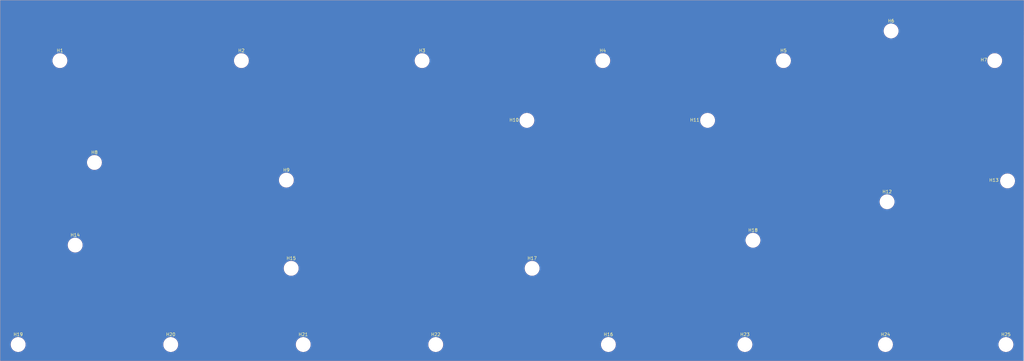
<source format=kicad_pcb>
(kicad_pcb (version 20241229) (generator "pcbnew") (generator_version "9.0")
  (title_block (title "67 keyboard with trackpoint back board") (date "2020-06-22") (rev "A") (company "DNBDMR"))
  (layers (0 "F.Cu" signal) (2 "B.Cu" signal) (5 "F.SilkS" user) (7 "B.SilkS" user) (1 "F.Mask" user) (3 "B.Mask" user) (25 "Edge.Cuts" user))
  (net 0 "")
  (footprint "MountingHole:MountingHole_2.2mm_M2" (layer "F.Cu") (at 51.308 70.104)
    (property "Reference" "H1" (at 0 -3.2 0) (layer "F.SilkS"))
    (property "Value" "MountingHole")
    (pad "" np_thru_hole circle (at 0 0) (size 2.2 2.2) (drill 2.2) (layers "*.Cu" "*.Mask"))
  )
  (footprint "MountingHole:MountingHole_2.2mm_M2" (layer "F.Cu") (at 165.862 70.104)
    (property "Reference" "H3" (at 0 -3.2 0) (layer "F.SilkS"))
    (property "Value" "MountingHole")
    (pad "" np_thru_hole circle (at 0 0) (size 2.2 2.2) (drill 2.2) (layers "*.Cu" "*.Mask"))
  )
  (footprint "MountingHole:MountingHole_2.2mm_M2" (layer "F.Cu") (at 223.012 70.104)
    (property "Reference" "H4" (at 0 -3.2 0) (layer "F.SilkS"))
    (property "Value" "MountingHole")
    (pad "" np_thru_hole circle (at 0 0) (size 2.2 2.2) (drill 2.2) (layers "*.Cu" "*.Mask"))
  )
  (footprint "MountingHole:MountingHole_2.2mm_M2" (layer "F.Cu") (at 280.162 70.104)
    (property "Reference" "H5" (at 0 -3.2 0) (layer "F.SilkS"))
    (property "Value" "MountingHole")
    (pad "" np_thru_hole circle (at 0 0) (size 2.2 2.2) (drill 2.2) (layers "*.Cu" "*.Mask"))
  )
  (footprint "MountingHole:MountingHole_2.2mm_M2" (layer "F.Cu") (at 314.198 60.706)
    (property "Reference" "H6" (at 0 -3.2 0) (layer "F.SilkS"))
    (property "Value" "MountingHole")
    (pad "" np_thru_hole circle (at 0 0) (size 2.2 2.2) (drill 2.2) (layers "*.Cu" "*.Mask"))
  )
  (footprint "MountingHole:MountingHole_2.2mm_M2" (layer "F.Cu") (at 346.964 70.104)
    (property "Reference" "H7" (at -3.429 -0.254 0) (layer "F.SilkS"))
    (property "Value" "MountingHole")
    (pad "" np_thru_hole circle (at 0 0) (size 2.2 2.2) (drill 2.2) (layers "*.Cu" "*.Mask"))
  )
  (footprint "MountingHole:MountingHole_2.2mm_M2" (layer "F.Cu") (at 62.23 102.362)
    (property "Reference" "H8" (at 0 -3.2 0) (layer "F.SilkS"))
    (property "Value" "MountingHole")
    (pad "" np_thru_hole circle (at 0 0) (size 2.2 2.2) (drill 2.2) (layers "*.Cu" "*.Mask"))
  )
  (footprint "MountingHole:MountingHole_2.2mm_M2" (layer "F.Cu") (at 122.936 107.95)
    (property "Reference" "H9" (at 0 -3.2 0) (layer "F.SilkS"))
    (property "Value" "MountingHole")
    (pad "" np_thru_hole circle (at 0 0) (size 2.2 2.2) (drill 2.2) (layers "*.Cu" "*.Mask"))
  )
  (footprint "MountingHole:MountingHole_2.2mm_M2" (layer "F.Cu") (at 199.009 89.027)
    (property "Reference" "H10" (at -4.064 -0.127 0) (layer "F.SilkS"))
    (property "Value" "MountingHole")
    (pad "" np_thru_hole circle (at 0 0) (size 2.2 2.2) (drill 2.2) (layers "*.Cu" "*.Mask"))
  )
  (footprint "MountingHole:MountingHole_2.2mm_M2" (layer "F.Cu") (at 256.159 89.027)
    (property "Reference" "H11" (at -4.064 -0.127 0) (layer "F.SilkS"))
    (property "Value" "MountingHole")
    (pad "" np_thru_hole circle (at 0 0) (size 2.2 2.2) (drill 2.2) (layers "*.Cu" "*.Mask"))
  )
  (footprint "MountingHole:MountingHole_2.2mm_M2" (layer "F.Cu") (at 312.928 114.808)
    (property "Reference" "H12" (at 0 -3.2 0) (layer "F.SilkS"))
    (property "Value" "MountingHole")
    (pad "" np_thru_hole circle (at 0 0) (size 2.2 2.2) (drill 2.2) (layers "*.Cu" "*.Mask"))
  )
  (footprint "MountingHole:MountingHole_2.2mm_M2" (layer "F.Cu") (at 351.028 108.204)
    (property "Reference" "H13" (at -4.318 -0.254 0) (layer "F.SilkS"))
    (property "Value" "MountingHole")
    (pad "" np_thru_hole circle (at 0 0) (size 2.2 2.2) (drill 2.2) (layers "*.Cu" "*.Mask"))
  )
  (footprint "MountingHole:MountingHole_2.2mm_M2" (layer "F.Cu") (at 56.134 128.524)
    (property "Reference" "H14" (at 0 -3.2 0) (layer "F.SilkS"))
    (property "Value" "MountingHole")
    (pad "" np_thru_hole circle (at 0 0) (size 2.2 2.2) (drill 2.2) (layers "*.Cu" "*.Mask"))
  )
  (footprint "MountingHole:MountingHole_2.2mm_M2" (layer "F.Cu") (at 124.46 135.89)
    (property "Reference" "H15" (at 0 -3.2 0) (layer "F.SilkS"))
    (property "Value" "MountingHole")
    (pad "" np_thru_hole circle (at 0 0) (size 2.2 2.2) (drill 2.2) (layers "*.Cu" "*.Mask"))
  )
  (footprint "MountingHole:MountingHole_2.2mm_M2" (layer "F.Cu") (at 224.79 160.02)
    (property "Reference" "H16" (at 0 -3.2 0) (layer "F.SilkS"))
    (property "Value" "MountingHole")
    (pad "" np_thru_hole circle (at 0 0) (size 2.2 2.2) (drill 2.2) (layers "*.Cu" "*.Mask"))
  )
  (footprint "MountingHole:MountingHole_2.2mm_M2" (layer "F.Cu") (at 200.66 135.89)
    (property "Reference" "H17" (at 0 -3.2 0) (layer "F.SilkS"))
    (property "Value" "MountingHole")
    (pad "" np_thru_hole circle (at 0 0) (size 2.2 2.2) (drill 2.2) (layers "*.Cu" "*.Mask"))
  )
  (footprint "MountingHole:MountingHole_2.2mm_M2" (layer "F.Cu") (at 270.51 127)
    (property "Reference" "H18" (at 0 -3.2 0) (layer "F.SilkS"))
    (property "Value" "MountingHole")
    (pad "" np_thru_hole circle (at 0 0) (size 2.2 2.2) (drill 2.2) (layers "*.Cu" "*.Mask"))
  )
  (footprint "MountingHole:MountingHole_2.2mm_M2" (layer "F.Cu") (at 38.1 160.02)
    (property "Reference" "H19" (at 0 -3.2 0) (layer "F.SilkS"))
    (property "Value" "MountingHole")
    (pad "" np_thru_hole circle (at 0 0) (size 2.2 2.2) (drill 2.2) (layers "*.Cu" "*.Mask"))
  )
  (footprint "MountingHole:MountingHole_2.2mm_M2" (layer "F.Cu") (at 86.36 160.02)
    (property "Reference" "H20" (at 0 -3.2 0) (layer "F.SilkS"))
    (property "Value" "MountingHole")
    (pad "" np_thru_hole circle (at 0 0) (size 2.2 2.2) (drill 2.2) (layers "*.Cu" "*.Mask"))
  )
  (footprint "MountingHole:MountingHole_2.2mm_M2" (layer "F.Cu") (at 128.27 160.02)
    (property "Reference" "H21" (at 0 -3.2 0) (layer "F.SilkS"))
    (property "Value" "MountingHole")
    (pad "" np_thru_hole circle (at 0 0) (size 2.2 2.2) (drill 2.2) (layers "*.Cu" "*.Mask"))
  )
  (footprint "MountingHole:MountingHole_2.2mm_M2" (layer "F.Cu") (at 170.18 160.02)
    (property "Reference" "H22" (at 0 -3.2 0) (layer "F.SilkS"))
    (property "Value" "MountingHole")
    (pad "" np_thru_hole circle (at 0 0) (size 2.2 2.2) (drill 2.2) (layers "*.Cu" "*.Mask"))
  )
  (footprint "MountingHole:MountingHole_2.2mm_M2" (layer "F.Cu") (at 267.97 160.02)
    (property "Reference" "H23" (at 0 -3.2 0) (layer "F.SilkS"))
    (property "Value" "MountingHole")
    (pad "" np_thru_hole circle (at 0 0) (size 2.2 2.2) (drill 2.2) (layers "*.Cu" "*.Mask"))
  )
  (footprint "MountingHole:MountingHole_2.2mm_M2" (layer "F.Cu") (at 312.42 160.02)
    (property "Reference" "H24" (at 0 -3.2 0) (layer "F.SilkS"))
    (property "Value" "MountingHole")
    (pad "" np_thru_hole circle (at 0 0) (size 2.2 2.2) (drill 2.2) (layers "*.Cu" "*.Mask"))
  )
  (footprint "MountingHole:MountingHole_2.2mm_M2" (layer "F.Cu") (at 350.52 160.02)
    (property "Reference" "H25" (at 0 -3.2 0) (layer "F.SilkS"))
    (property "Value" "MountingHole")
    (pad "" np_thru_hole circle (at 0 0) (size 2.2 2.2) (drill 2.2) (layers "*.Cu" "*.Mask"))
  )
  (footprint "MountingHole:MountingHole_2.2mm_M2" (layer "F.Cu") (at 108.712 70.104)
    (property "Reference" "H2" (at 0 -3.2 0) (layer "F.SilkS"))
    (property "Value" "MountingHole")
    (pad "" np_thru_hole circle (at 0 0) (size 2.2 2.2) (drill 2.2) (layers "*.Cu" "*.Mask"))
  )
  (gr_line (start 356.108 165.227) (end 32.385 165.227) (stroke (width 0.05)) (layer "Edge.Cuts"))
  (gr_line (start 356.235 50.927) (end 356.108 165.227) (stroke (width 0.05)) (layer "Edge.Cuts"))
  (gr_line (start 32.385 50.927) (end 32.385 165.227) (stroke (width 0.05)) (layer "Edge.Cuts"))
  (gr_line (start 32.385 50.927) (end 356.235 50.927) (stroke (width 0.05)) (layer "Edge.Cuts"))
  (zone (net 0) (net_name "") (layer "F.Cu") (connect_pads (clearance 0.381)) (min_thickness 0.2032) (fill yes (thermal_gap 0.254) (thermal_bridge_width 0.254))
    (polygon (pts (xy 356.108 165.227) (xy 32.385 165.227) (xy 32.385 50.927) (xy 356.225 50.927)))
  )
  (zone (net 0) (net_name "") (layer "B.Cu") (connect_pads (clearance 0.381)) (min_thickness 0.2032) (fill yes (thermal_gap 0.254) (thermal_bridge_width 0.254))
    (polygon (pts (xy 356.108 165.227) (xy 32.4104 165.2016) (xy 32.385 50.927) (xy 356.235 50.927)))
  )
)
</source>
